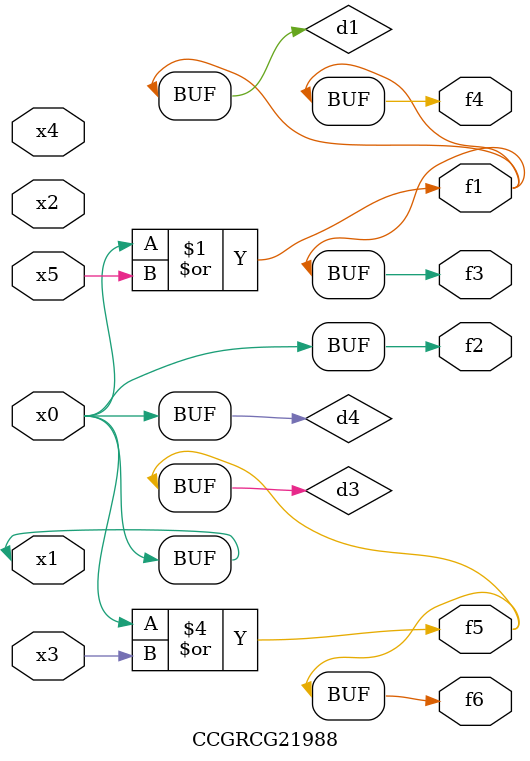
<source format=v>
module CCGRCG21988(
	input x0, x1, x2, x3, x4, x5,
	output f1, f2, f3, f4, f5, f6
);

	wire d1, d2, d3, d4;

	or (d1, x0, x5);
	xnor (d2, x1, x4);
	or (d3, x0, x3);
	buf (d4, x0, x1);
	assign f1 = d1;
	assign f2 = d4;
	assign f3 = d1;
	assign f4 = d1;
	assign f5 = d3;
	assign f6 = d3;
endmodule

</source>
